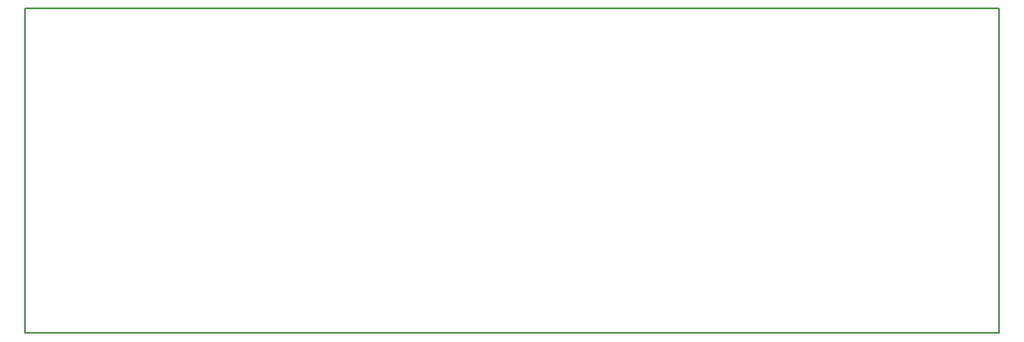
<source format=gbr>
G04 #@! TF.FileFunction,Profile,NP*
%FSLAX46Y46*%
G04 Gerber Fmt 4.6, Leading zero omitted, Abs format (unit mm)*
G04 Created by KiCad (PCBNEW 4.0.6) date 05/04/17 15:53:17*
%MOMM*%
%LPD*%
G01*
G04 APERTURE LIST*
%ADD10C,0.100000*%
%ADD11C,0.150000*%
G04 APERTURE END LIST*
D10*
D11*
X198120000Y-128270000D02*
X99060000Y-128270000D01*
X99060000Y-95250000D02*
X198120000Y-95250000D01*
X99060000Y-128270000D02*
X99060000Y-95250000D01*
X198120000Y-128270000D02*
X198120000Y-95250000D01*
M02*

</source>
